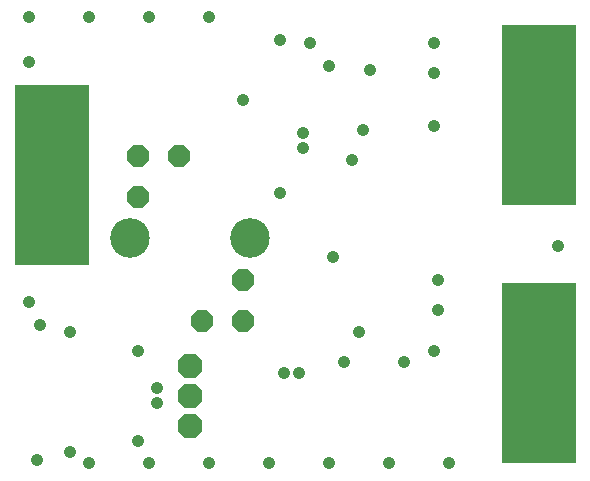
<source format=gbs>
G75*
%MOIN*%
%OFA0B0*%
%FSLAX25Y25*%
%IPPOS*%
%LPD*%
%AMOC8*
5,1,8,0,0,1.08239X$1,22.5*
%
%ADD10R,0.25000X0.60000*%
%ADD11OC8,0.07200*%
%ADD12C,0.13198*%
%ADD13OC8,0.08200*%
%ADD14C,0.04165*%
D10*
X0076600Y0108583D03*
X0239100Y0128583D03*
X0239100Y0042333D03*
D11*
X0140350Y0059833D03*
X0126600Y0059833D03*
X0140350Y0073583D03*
X0105350Y0101083D03*
X0105350Y0114833D03*
X0119100Y0114833D03*
D12*
X0102850Y0087333D03*
X0142850Y0087333D03*
D13*
X0122850Y0044833D03*
X0122850Y0034833D03*
X0122850Y0024833D03*
D14*
X0071600Y0013583D03*
X0082850Y0016083D03*
X0089100Y0012333D03*
X0105350Y0019833D03*
X0109100Y0012333D03*
X0129100Y0012333D03*
X0149100Y0012333D03*
X0169100Y0012333D03*
X0189100Y0012333D03*
X0209100Y0012333D03*
X0231600Y0016083D03*
X0239100Y0016083D03*
X0246600Y0016083D03*
X0246600Y0028583D03*
X0239100Y0028583D03*
X0231600Y0028583D03*
X0204100Y0049833D03*
X0194100Y0046083D03*
X0179100Y0056083D03*
X0174100Y0046083D03*
X0159100Y0042333D03*
X0154100Y0042333D03*
X0111600Y0037333D03*
X0111600Y0032333D03*
X0105350Y0049833D03*
X0082850Y0056083D03*
X0072850Y0058583D03*
X0069100Y0066083D03*
X0069100Y0082333D03*
X0076600Y0082333D03*
X0084100Y0082333D03*
X0084100Y0094833D03*
X0076600Y0094833D03*
X0069100Y0094833D03*
X0069100Y0122333D03*
X0076600Y0122333D03*
X0084100Y0122333D03*
X0084100Y0134833D03*
X0076600Y0134833D03*
X0069100Y0134833D03*
X0069100Y0146083D03*
X0069100Y0161083D03*
X0089100Y0161083D03*
X0109100Y0161083D03*
X0129100Y0161083D03*
X0152850Y0153583D03*
X0162850Y0152333D03*
X0169100Y0144833D03*
X0182850Y0143583D03*
X0204100Y0142333D03*
X0204100Y0152333D03*
X0231600Y0154833D03*
X0239100Y0154833D03*
X0246600Y0154833D03*
X0246600Y0142333D03*
X0239100Y0142333D03*
X0231600Y0142333D03*
X0204100Y0124833D03*
X0180350Y0123583D03*
X0176600Y0113583D03*
X0160350Y0117333D03*
X0160350Y0122333D03*
X0140350Y0133583D03*
X0152850Y0102333D03*
X0170350Y0081083D03*
X0205350Y0073583D03*
X0205350Y0063583D03*
X0231600Y0068583D03*
X0239100Y0068583D03*
X0246600Y0068583D03*
X0246600Y0056083D03*
X0239100Y0056083D03*
X0231600Y0056083D03*
X0245350Y0084833D03*
X0246600Y0102333D03*
X0239100Y0102333D03*
X0231600Y0102333D03*
X0231600Y0114833D03*
X0239100Y0114833D03*
X0246600Y0114833D03*
M02*

</source>
